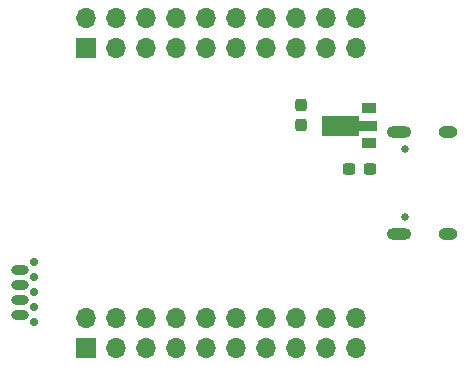
<source format=gbs>
%TF.GenerationSoftware,KiCad,Pcbnew,(6.0.1)*%
%TF.CreationDate,2022-02-10T21:58:18+01:00*%
%TF.ProjectId,rp2040,72703230-3430-42e6-9b69-6361645f7063,rev?*%
%TF.SameCoordinates,PX8917370PY699e930*%
%TF.FileFunction,Soldermask,Bot*%
%TF.FilePolarity,Negative*%
%FSLAX46Y46*%
G04 Gerber Fmt 4.6, Leading zero omitted, Abs format (unit mm)*
G04 Created by KiCad (PCBNEW (6.0.1)) date 2022-02-10 21:58:18*
%MOMM*%
%LPD*%
G01*
G04 APERTURE LIST*
G04 Aperture macros list*
%AMRoundRect*
0 Rectangle with rounded corners*
0 $1 Rounding radius*
0 $2 $3 $4 $5 $6 $7 $8 $9 X,Y pos of 4 corners*
0 Add a 4 corners polygon primitive as box body*
4,1,4,$2,$3,$4,$5,$6,$7,$8,$9,$2,$3,0*
0 Add four circle primitives for the rounded corners*
1,1,$1+$1,$2,$3*
1,1,$1+$1,$4,$5*
1,1,$1+$1,$6,$7*
1,1,$1+$1,$8,$9*
0 Add four rect primitives between the rounded corners*
20,1,$1+$1,$2,$3,$4,$5,0*
20,1,$1+$1,$4,$5,$6,$7,0*
20,1,$1+$1,$6,$7,$8,$9,0*
20,1,$1+$1,$8,$9,$2,$3,0*%
%AMFreePoly0*
4,1,9,3.862500,-0.866500,0.737500,-0.866500,0.737500,-0.450000,-0.737500,-0.450000,-0.737500,0.450000,0.737500,0.450000,0.737500,0.866500,3.862500,0.866500,3.862500,-0.866500,3.862500,-0.866500,$1*%
G04 Aperture macros list end*
%ADD10R,1.300000X0.900000*%
%ADD11FreePoly0,180.000000*%
%ADD12O,2.100000X1.000000*%
%ADD13O,1.600000X1.000000*%
%ADD14C,0.650000*%
%ADD15R,1.700000X1.700000*%
%ADD16O,1.700000X1.700000*%
%ADD17O,1.500000X0.800000*%
%ADD18C,0.700000*%
%ADD19RoundRect,0.237500X0.237500X-0.300000X0.237500X0.300000X-0.237500X0.300000X-0.237500X-0.300000X0*%
%ADD20RoundRect,0.237500X0.300000X0.237500X-0.300000X0.237500X-0.300000X-0.237500X0.300000X-0.237500X0*%
G04 APERTURE END LIST*
D10*
%TO.C,U2*%
X31380000Y21880000D03*
D11*
X31292500Y20380000D03*
D10*
X31380000Y18880000D03*
%TD*%
D12*
%TO.C,J1*%
X33895000Y19820000D03*
X33895000Y11180000D03*
D13*
X38075000Y19820000D03*
X38075000Y11180000D03*
D14*
X34395000Y18390000D03*
X34395000Y12610000D03*
%TD*%
D15*
%TO.C,J3*%
X7385000Y26925000D03*
D16*
X7385000Y29465000D03*
X9925000Y26925000D03*
X9925000Y29465000D03*
X12465000Y26925000D03*
X12465000Y29465000D03*
X15005000Y26925000D03*
X15005000Y29465000D03*
X17545000Y26925000D03*
X17545000Y29465000D03*
X20085000Y26925000D03*
X20085000Y29465000D03*
X22625000Y26925000D03*
X22625000Y29465000D03*
X25165000Y26925000D03*
X25165000Y29465000D03*
X27705000Y26925000D03*
X27705000Y29465000D03*
X30245000Y26925000D03*
X30245000Y29465000D03*
%TD*%
D17*
%TO.C,J4*%
X1800000Y4345000D03*
X1800000Y5615000D03*
X1800000Y6885000D03*
X1800000Y8155000D03*
D18*
X2955000Y4980000D03*
X2955000Y3710000D03*
X2955000Y6250000D03*
X2955000Y7520000D03*
X2955000Y8790000D03*
%TD*%
D15*
%TO.C,J2*%
X7385000Y1525000D03*
D16*
X7385000Y4065000D03*
X9925000Y1525000D03*
X9925000Y4065000D03*
X12465000Y1525000D03*
X12465000Y4065000D03*
X15005000Y1525000D03*
X15005000Y4065000D03*
X17545000Y1525000D03*
X17545000Y4065000D03*
X20085000Y1525000D03*
X20085000Y4065000D03*
X22625000Y1525000D03*
X22625000Y4065000D03*
X25165000Y1525000D03*
X25165000Y4065000D03*
X27705000Y1525000D03*
X27705000Y4065000D03*
X30245000Y1525000D03*
X30245000Y4065000D03*
%TD*%
D19*
%TO.C,C3*%
X25620000Y20395000D03*
X25620000Y22120000D03*
%TD*%
D20*
%TO.C,C2*%
X31412500Y16700000D03*
X29687500Y16700000D03*
%TD*%
M02*

</source>
